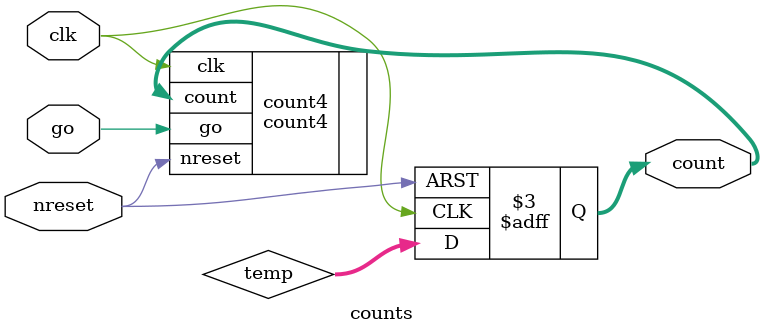
<source format=v>
module counts(clk, nreset, go, count);
input clk, nreset, go;
output [3:0] count;

reg [3:0] count;
wire [3:0] temp;

// assign temp = count + 1'b1;
count4 count4(.count(count),.clk(clk),.go(go),.nreset(nreset));

always @ (posedge clk or negedge nreset)
begin
    if(!nreset)
    begin
    count <= 4'b0;
    end
    else
    begin
    count <= temp;
    end
    end
endmodule

</source>
